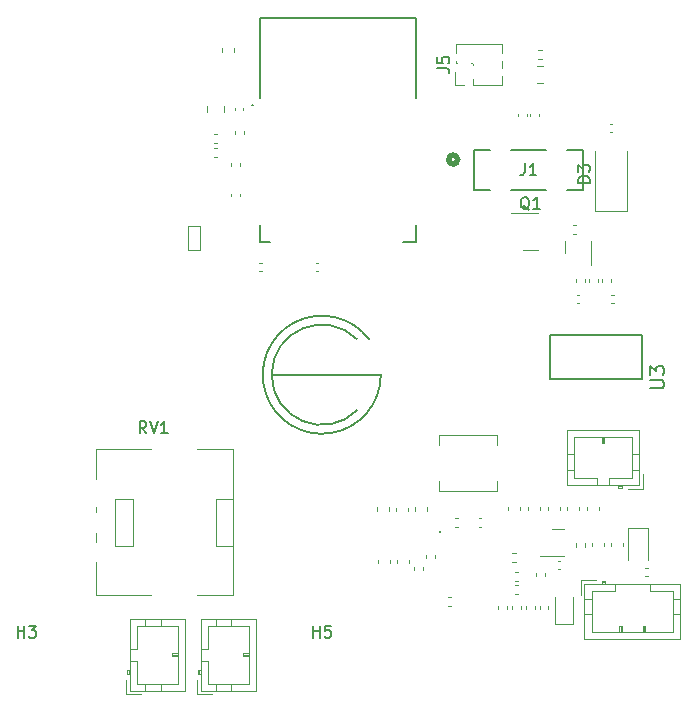
<source format=gbr>
%TF.GenerationSoftware,KiCad,Pcbnew,7.0.6*%
%TF.CreationDate,2024-03-18T22:30:39-04:00*%
%TF.ProjectId,Transmitter,5472616e-736d-4697-9474-65722e6b6963,rev?*%
%TF.SameCoordinates,Original*%
%TF.FileFunction,Legend,Top*%
%TF.FilePolarity,Positive*%
%FSLAX46Y46*%
G04 Gerber Fmt 4.6, Leading zero omitted, Abs format (unit mm)*
G04 Created by KiCad (PCBNEW 7.0.6) date 2024-03-18 22:30:39*
%MOMM*%
%LPD*%
G01*
G04 APERTURE LIST*
%ADD10C,0.200000*%
%ADD11C,0.150000*%
%ADD12C,0.120000*%
%ADD13C,0.100000*%
%ADD14C,0.152400*%
%ADD15C,0.508000*%
G04 APERTURE END LIST*
D10*
X167500000Y-87500000D02*
X158257362Y-87499998D01*
X166499999Y-84500000D02*
G75*
G03*
X167499999Y-87500000I-3999999J-3000000D01*
G01*
X165499999Y-84500001D02*
G75*
G03*
X165499999Y-90499999I-2999999J-2999999D01*
G01*
D11*
X172289819Y-61568333D02*
X173004104Y-61568333D01*
X173004104Y-61568333D02*
X173146961Y-61615952D01*
X173146961Y-61615952D02*
X173242200Y-61711190D01*
X173242200Y-61711190D02*
X173289819Y-61854047D01*
X173289819Y-61854047D02*
X173289819Y-61949285D01*
X172289819Y-60615952D02*
X172289819Y-61092142D01*
X172289819Y-61092142D02*
X172766009Y-61139761D01*
X172766009Y-61139761D02*
X172718390Y-61092142D01*
X172718390Y-61092142D02*
X172670771Y-60996904D01*
X172670771Y-60996904D02*
X172670771Y-60758809D01*
X172670771Y-60758809D02*
X172718390Y-60663571D01*
X172718390Y-60663571D02*
X172766009Y-60615952D01*
X172766009Y-60615952D02*
X172861247Y-60568333D01*
X172861247Y-60568333D02*
X173099342Y-60568333D01*
X173099342Y-60568333D02*
X173194580Y-60615952D01*
X173194580Y-60615952D02*
X173242200Y-60663571D01*
X173242200Y-60663571D02*
X173289819Y-60758809D01*
X173289819Y-60758809D02*
X173289819Y-60996904D01*
X173289819Y-60996904D02*
X173242200Y-61092142D01*
X173242200Y-61092142D02*
X173194580Y-61139761D01*
X147649761Y-92454819D02*
X147316428Y-91978628D01*
X147078333Y-92454819D02*
X147078333Y-91454819D01*
X147078333Y-91454819D02*
X147459285Y-91454819D01*
X147459285Y-91454819D02*
X147554523Y-91502438D01*
X147554523Y-91502438D02*
X147602142Y-91550057D01*
X147602142Y-91550057D02*
X147649761Y-91645295D01*
X147649761Y-91645295D02*
X147649761Y-91788152D01*
X147649761Y-91788152D02*
X147602142Y-91883390D01*
X147602142Y-91883390D02*
X147554523Y-91931009D01*
X147554523Y-91931009D02*
X147459285Y-91978628D01*
X147459285Y-91978628D02*
X147078333Y-91978628D01*
X147935476Y-91454819D02*
X148268809Y-92454819D01*
X148268809Y-92454819D02*
X148602142Y-91454819D01*
X149459285Y-92454819D02*
X148887857Y-92454819D01*
X149173571Y-92454819D02*
X149173571Y-91454819D01*
X149173571Y-91454819D02*
X149078333Y-91597676D01*
X149078333Y-91597676D02*
X148983095Y-91692914D01*
X148983095Y-91692914D02*
X148887857Y-91740533D01*
X185204819Y-71238094D02*
X184204819Y-71238094D01*
X184204819Y-71238094D02*
X184204819Y-70999999D01*
X184204819Y-70999999D02*
X184252438Y-70857142D01*
X184252438Y-70857142D02*
X184347676Y-70761904D01*
X184347676Y-70761904D02*
X184442914Y-70714285D01*
X184442914Y-70714285D02*
X184633390Y-70666666D01*
X184633390Y-70666666D02*
X184776247Y-70666666D01*
X184776247Y-70666666D02*
X184966723Y-70714285D01*
X184966723Y-70714285D02*
X185061961Y-70761904D01*
X185061961Y-70761904D02*
X185157200Y-70857142D01*
X185157200Y-70857142D02*
X185204819Y-70999999D01*
X185204819Y-70999999D02*
X185204819Y-71238094D01*
X184204819Y-70333332D02*
X184204819Y-69714285D01*
X184204819Y-69714285D02*
X184585771Y-70047618D01*
X184585771Y-70047618D02*
X184585771Y-69904761D01*
X184585771Y-69904761D02*
X184633390Y-69809523D01*
X184633390Y-69809523D02*
X184681009Y-69761904D01*
X184681009Y-69761904D02*
X184776247Y-69714285D01*
X184776247Y-69714285D02*
X185014342Y-69714285D01*
X185014342Y-69714285D02*
X185109580Y-69761904D01*
X185109580Y-69761904D02*
X185157200Y-69809523D01*
X185157200Y-69809523D02*
X185204819Y-69904761D01*
X185204819Y-69904761D02*
X185204819Y-70190475D01*
X185204819Y-70190475D02*
X185157200Y-70285713D01*
X185157200Y-70285713D02*
X185109580Y-70333332D01*
X180067261Y-73550057D02*
X179972023Y-73502438D01*
X179972023Y-73502438D02*
X179876785Y-73407200D01*
X179876785Y-73407200D02*
X179733928Y-73264342D01*
X179733928Y-73264342D02*
X179638690Y-73216723D01*
X179638690Y-73216723D02*
X179543452Y-73216723D01*
X179591071Y-73454819D02*
X179495833Y-73407200D01*
X179495833Y-73407200D02*
X179400595Y-73311961D01*
X179400595Y-73311961D02*
X179352976Y-73121485D01*
X179352976Y-73121485D02*
X179352976Y-72788152D01*
X179352976Y-72788152D02*
X179400595Y-72597676D01*
X179400595Y-72597676D02*
X179495833Y-72502438D01*
X179495833Y-72502438D02*
X179591071Y-72454819D01*
X179591071Y-72454819D02*
X179781547Y-72454819D01*
X179781547Y-72454819D02*
X179876785Y-72502438D01*
X179876785Y-72502438D02*
X179972023Y-72597676D01*
X179972023Y-72597676D02*
X180019642Y-72788152D01*
X180019642Y-72788152D02*
X180019642Y-73121485D01*
X180019642Y-73121485D02*
X179972023Y-73311961D01*
X179972023Y-73311961D02*
X179876785Y-73407200D01*
X179876785Y-73407200D02*
X179781547Y-73454819D01*
X179781547Y-73454819D02*
X179591071Y-73454819D01*
X180972023Y-73454819D02*
X180400595Y-73454819D01*
X180686309Y-73454819D02*
X180686309Y-72454819D01*
X180686309Y-72454819D02*
X180591071Y-72597676D01*
X180591071Y-72597676D02*
X180495833Y-72692914D01*
X180495833Y-72692914D02*
X180400595Y-72740533D01*
X161738095Y-109754819D02*
X161738095Y-108754819D01*
X161738095Y-109231009D02*
X162309523Y-109231009D01*
X162309523Y-109754819D02*
X162309523Y-108754819D01*
X163261904Y-108754819D02*
X162785714Y-108754819D01*
X162785714Y-108754819D02*
X162738095Y-109231009D01*
X162738095Y-109231009D02*
X162785714Y-109183390D01*
X162785714Y-109183390D02*
X162880952Y-109135771D01*
X162880952Y-109135771D02*
X163119047Y-109135771D01*
X163119047Y-109135771D02*
X163214285Y-109183390D01*
X163214285Y-109183390D02*
X163261904Y-109231009D01*
X163261904Y-109231009D02*
X163309523Y-109326247D01*
X163309523Y-109326247D02*
X163309523Y-109564342D01*
X163309523Y-109564342D02*
X163261904Y-109659580D01*
X163261904Y-109659580D02*
X163214285Y-109707200D01*
X163214285Y-109707200D02*
X163119047Y-109754819D01*
X163119047Y-109754819D02*
X162880952Y-109754819D01*
X162880952Y-109754819D02*
X162785714Y-109707200D01*
X162785714Y-109707200D02*
X162738095Y-109659580D01*
X136738095Y-109754819D02*
X136738095Y-108754819D01*
X136738095Y-109231009D02*
X137309523Y-109231009D01*
X137309523Y-109754819D02*
X137309523Y-108754819D01*
X137690476Y-108754819D02*
X138309523Y-108754819D01*
X138309523Y-108754819D02*
X137976190Y-109135771D01*
X137976190Y-109135771D02*
X138119047Y-109135771D01*
X138119047Y-109135771D02*
X138214285Y-109183390D01*
X138214285Y-109183390D02*
X138261904Y-109231009D01*
X138261904Y-109231009D02*
X138309523Y-109326247D01*
X138309523Y-109326247D02*
X138309523Y-109564342D01*
X138309523Y-109564342D02*
X138261904Y-109659580D01*
X138261904Y-109659580D02*
X138214285Y-109707200D01*
X138214285Y-109707200D02*
X138119047Y-109754819D01*
X138119047Y-109754819D02*
X137833333Y-109754819D01*
X137833333Y-109754819D02*
X137738095Y-109707200D01*
X137738095Y-109707200D02*
X137690476Y-109659580D01*
X190307498Y-88649887D02*
X191263629Y-88649887D01*
X191263629Y-88649887D02*
X191376115Y-88593644D01*
X191376115Y-88593644D02*
X191432358Y-88537401D01*
X191432358Y-88537401D02*
X191488600Y-88424915D01*
X191488600Y-88424915D02*
X191488600Y-88199943D01*
X191488600Y-88199943D02*
X191432358Y-88087457D01*
X191432358Y-88087457D02*
X191376115Y-88031214D01*
X191376115Y-88031214D02*
X191263629Y-87974971D01*
X191263629Y-87974971D02*
X190307498Y-87974971D01*
X190307498Y-87525028D02*
X190307498Y-86793869D01*
X190307498Y-86793869D02*
X190757442Y-87187570D01*
X190757442Y-87187570D02*
X190757442Y-87018841D01*
X190757442Y-87018841D02*
X190813685Y-86906355D01*
X190813685Y-86906355D02*
X190869928Y-86850112D01*
X190869928Y-86850112D02*
X190982414Y-86793869D01*
X190982414Y-86793869D02*
X191263629Y-86793869D01*
X191263629Y-86793869D02*
X191376115Y-86850112D01*
X191376115Y-86850112D02*
X191432358Y-86906355D01*
X191432358Y-86906355D02*
X191488600Y-87018841D01*
X191488600Y-87018841D02*
X191488600Y-87356299D01*
X191488600Y-87356299D02*
X191432358Y-87468785D01*
X191432358Y-87468785D02*
X191376115Y-87525028D01*
X179666666Y-69604820D02*
X179666666Y-70319105D01*
X179666666Y-70319105D02*
X179619047Y-70461962D01*
X179619047Y-70461962D02*
X179523809Y-70557201D01*
X179523809Y-70557201D02*
X179380952Y-70604820D01*
X179380952Y-70604820D02*
X179285714Y-70604820D01*
X180666666Y-70604820D02*
X180095238Y-70604820D01*
X180380952Y-70604820D02*
X180380952Y-69604820D01*
X180380952Y-69604820D02*
X180285714Y-69747677D01*
X180285714Y-69747677D02*
X180190476Y-69842915D01*
X180190476Y-69842915D02*
X180095238Y-69890534D01*
D12*
%TO.C,R1*%
X173146359Y-106320000D02*
X173453641Y-106320000D01*
X173146359Y-107080000D02*
X173453641Y-107080000D01*
%TO.C,R20*%
X155880000Y-66846359D02*
X155880000Y-67153641D01*
X155120000Y-66846359D02*
X155120000Y-67153641D01*
%TO.C,J5*%
X173770000Y-63000000D02*
X173770000Y-61870000D01*
X174530000Y-63000000D02*
X173770000Y-63000000D01*
X175290000Y-63000000D02*
X177765000Y-63000000D01*
X175290000Y-63000000D02*
X175290000Y-62433471D01*
X177765000Y-63000000D02*
X177765000Y-62177530D01*
X177765000Y-61562470D02*
X177765000Y-60907530D01*
X175290000Y-61306529D02*
X175290000Y-61163471D01*
X173835000Y-61110000D02*
X173835000Y-60907530D01*
X173966529Y-61110000D02*
X173835000Y-61110000D01*
X175236529Y-61110000D02*
X175093471Y-61110000D01*
X173835000Y-60292470D02*
X173835000Y-59470000D01*
X177765000Y-60292470D02*
X177765000Y-59470000D01*
X173835000Y-59470000D02*
X177765000Y-59470000D01*
%TO.C,C7*%
X173792164Y-99640000D02*
X174007836Y-99640000D01*
X173792164Y-100360000D02*
X174007836Y-100360000D01*
%TO.C,J3*%
X145940000Y-114560000D02*
X147190000Y-114560000D01*
X146240000Y-114260000D02*
X150960000Y-114260000D01*
X147550000Y-114260000D02*
X147550000Y-113650000D01*
X148850000Y-114260000D02*
X148850000Y-113650000D01*
X150960000Y-114260000D02*
X150960000Y-108140000D01*
X146850000Y-113650000D02*
X150350000Y-113650000D01*
X150350000Y-113650000D02*
X150350000Y-108750000D01*
X145940000Y-113310000D02*
X145940000Y-114560000D01*
X146040000Y-112800000D02*
X146240000Y-112800000D01*
X146040000Y-112500000D02*
X146040000Y-112800000D01*
X146140000Y-112500000D02*
X146140000Y-112800000D01*
X146240000Y-112500000D02*
X146040000Y-112500000D01*
X146240000Y-111700000D02*
X146850000Y-111700000D01*
X146850000Y-111700000D02*
X146850000Y-113650000D01*
X149850000Y-111300000D02*
X149850000Y-111100000D01*
X150350000Y-111300000D02*
X149850000Y-111300000D01*
X150350000Y-111200000D02*
X149850000Y-111200000D01*
X149850000Y-111100000D02*
X150350000Y-111100000D01*
X146850000Y-110700000D02*
X146240000Y-110700000D01*
X146850000Y-108750000D02*
X146850000Y-110700000D01*
X150350000Y-108750000D02*
X146850000Y-108750000D01*
X146240000Y-108140000D02*
X146240000Y-114260000D01*
X147550000Y-108140000D02*
X147550000Y-108750000D01*
X148850000Y-108140000D02*
X148850000Y-108750000D01*
X150960000Y-108140000D02*
X146240000Y-108140000D01*
%TO.C,R14*%
X155560000Y-72192164D02*
X155560000Y-72407836D01*
X154840000Y-72192164D02*
X154840000Y-72407836D01*
%TO.C,C2*%
X168310000Y-103159420D02*
X168310000Y-103440580D01*
X167290000Y-103159420D02*
X167290000Y-103440580D01*
%TO.C,R9*%
X154840000Y-69807836D02*
X154840000Y-69592164D01*
X155560000Y-69807836D02*
X155560000Y-69592164D01*
%TO.C,R7*%
X186892164Y-66240000D02*
X187107836Y-66240000D01*
X186892164Y-66960000D02*
X187107836Y-66960000D01*
%TO.C,R16*%
X179380000Y-107046359D02*
X179380000Y-107353641D01*
X178620000Y-107046359D02*
X178620000Y-107353641D01*
%TO.C,R12*%
X180580000Y-107046359D02*
X180580000Y-107353641D01*
X179820000Y-107046359D02*
X179820000Y-107353641D01*
%TO.C,J4*%
X184440000Y-104890000D02*
X184440000Y-106140000D01*
X184740000Y-105190000D02*
X184740000Y-109910000D01*
X184740000Y-106500000D02*
X185350000Y-106500000D01*
X184740000Y-107800000D02*
X185350000Y-107800000D01*
X184740000Y-109910000D02*
X192860000Y-109910000D01*
X185350000Y-105800000D02*
X185350000Y-109300000D01*
X185350000Y-109300000D02*
X192250000Y-109300000D01*
X185690000Y-104890000D02*
X184440000Y-104890000D01*
X186200000Y-104990000D02*
X186200000Y-105190000D01*
X186500000Y-104990000D02*
X186200000Y-104990000D01*
X186500000Y-105090000D02*
X186200000Y-105090000D01*
X186500000Y-105190000D02*
X186500000Y-104990000D01*
X187300000Y-105190000D02*
X187300000Y-105800000D01*
X187300000Y-105800000D02*
X185350000Y-105800000D01*
X187700000Y-108800000D02*
X187900000Y-108800000D01*
X187700000Y-109300000D02*
X187700000Y-108800000D01*
X187800000Y-109300000D02*
X187800000Y-108800000D01*
X187900000Y-108800000D02*
X187900000Y-109300000D01*
X189700000Y-108800000D02*
X189900000Y-108800000D01*
X189700000Y-109300000D02*
X189700000Y-108800000D01*
X189800000Y-109300000D02*
X189800000Y-108800000D01*
X189900000Y-108800000D02*
X189900000Y-109300000D01*
X190300000Y-105800000D02*
X190300000Y-105190000D01*
X192250000Y-105800000D02*
X190300000Y-105800000D01*
X192250000Y-109300000D02*
X192250000Y-105800000D01*
X192860000Y-105190000D02*
X184740000Y-105190000D01*
X192860000Y-106500000D02*
X192250000Y-106500000D01*
X192860000Y-107800000D02*
X192250000Y-107800000D01*
X192860000Y-109910000D02*
X192860000Y-105190000D01*
%TO.C,C21*%
X182707836Y-103960000D02*
X182492164Y-103960000D01*
X182707836Y-103240000D02*
X182492164Y-103240000D01*
%TO.C,R19*%
X162207836Y-78760000D02*
X161992164Y-78760000D01*
X162207836Y-78040000D02*
X161992164Y-78040000D01*
%TO.C,C14*%
X183290000Y-98940580D02*
X183290000Y-98659420D01*
X184310000Y-98940580D02*
X184310000Y-98659420D01*
%TO.C,C8*%
X167190000Y-99015580D02*
X167190000Y-98734420D01*
X168210000Y-99015580D02*
X168210000Y-98734420D01*
%TO.C,C22*%
X179990000Y-98940580D02*
X179990000Y-98659420D01*
X181010000Y-98940580D02*
X181010000Y-98659420D01*
%TO.C,C26*%
X184092164Y-80740000D02*
X184307836Y-80740000D01*
X184092164Y-81460000D02*
X184307836Y-81460000D01*
%TO.C,RV1*%
X143400000Y-93830000D02*
X143400000Y-96300000D01*
X143400000Y-93830000D02*
X148066000Y-93830000D01*
X143400000Y-98700000D02*
X143400000Y-99130000D01*
X143400000Y-100871000D02*
X143400000Y-101630000D01*
X143400000Y-103370000D02*
X143400000Y-106170000D01*
X143400000Y-106170000D02*
X148066000Y-106170000D01*
X151975000Y-93830000D02*
X154990000Y-93830000D01*
X151975000Y-106170000D02*
X154990000Y-106170000D01*
X154990000Y-93830000D02*
X154990000Y-106170000D01*
X145020000Y-98000000D02*
X146520000Y-98000000D01*
X146520000Y-98000000D02*
X146520000Y-102000000D01*
X146520000Y-102000000D02*
X145020000Y-102000000D01*
X145020000Y-102000000D02*
X145020000Y-98000000D01*
X153520000Y-98000000D02*
X155020000Y-98000000D01*
X155020000Y-98000000D02*
X155020000Y-102000000D01*
X155020000Y-102000000D02*
X153520000Y-102000000D01*
X153520000Y-102000000D02*
X153520000Y-98000000D01*
%TO.C,D2*%
X180738748Y-61365000D02*
X181261252Y-61365000D01*
X180738748Y-62835000D02*
X181261252Y-62835000D01*
%TO.C,C11*%
X176007836Y-100360000D02*
X175792164Y-100360000D01*
X176007836Y-99640000D02*
X175792164Y-99640000D01*
D13*
%TO.C,SW1*%
X151200000Y-76900000D02*
X152200000Y-76900000D01*
X152200000Y-76900000D02*
X152200000Y-74900000D01*
X152200000Y-74900000D02*
X151200000Y-74900000D01*
X151200000Y-74900000D02*
X151200000Y-76900000D01*
D12*
%TO.C,C10*%
X168790000Y-99040580D02*
X168790000Y-98759420D01*
X169810000Y-99040580D02*
X169810000Y-98759420D01*
%TO.C,C23*%
X184760000Y-79392164D02*
X184760000Y-79607836D01*
X184040000Y-79392164D02*
X184040000Y-79607836D01*
%TO.C,D1*%
X182265000Y-108585000D02*
X183735000Y-108585000D01*
X183735000Y-108585000D02*
X183735000Y-106300000D01*
X182265000Y-106300000D02*
X182265000Y-108585000D01*
%TO.C,D3*%
X185640000Y-73660000D02*
X188360000Y-73660000D01*
X185640000Y-73660000D02*
X185640000Y-68600000D01*
X188360000Y-73660000D02*
X188360000Y-68600000D01*
D10*
%TO.C,IC1*%
X156600000Y-64700000D02*
X156600000Y-64700000D01*
X156600000Y-64700000D02*
X156600000Y-64700000D01*
X156700000Y-64700000D02*
X156700000Y-64700000D01*
X157300000Y-57300000D02*
X157300000Y-57300000D01*
X157300000Y-57300000D02*
X157300000Y-57300000D01*
X157300000Y-57300000D02*
X157300000Y-64050000D01*
X157300000Y-57300000D02*
X170500000Y-57300000D01*
X157300000Y-64050000D02*
X157300000Y-57300000D01*
X157300000Y-64050000D02*
X157300000Y-64050000D01*
X157300000Y-74800000D02*
X157300000Y-74800000D01*
X157300000Y-74800000D02*
X157300000Y-76300000D01*
X157300000Y-76300000D02*
X157300000Y-74800000D01*
X157300000Y-76300000D02*
X157300000Y-76300000D01*
X157300000Y-76300000D02*
X157300000Y-76300000D01*
X157300000Y-76300000D02*
X158150000Y-76300000D01*
X158150000Y-76300000D02*
X157300000Y-76300000D01*
X158150000Y-76300000D02*
X158150000Y-76300000D01*
X169400000Y-76300000D02*
X169400000Y-76300000D01*
X169400000Y-76300000D02*
X170500000Y-76300000D01*
X170500000Y-57300000D02*
X157300000Y-57300000D01*
X170500000Y-57300000D02*
X170500000Y-57300000D01*
X170500000Y-57300000D02*
X170500000Y-57300000D01*
X170500000Y-57300000D02*
X170500000Y-64050000D01*
X170500000Y-64050000D02*
X170500000Y-57300000D01*
X170500000Y-64050000D02*
X170500000Y-64050000D01*
X170500000Y-74800000D02*
X170500000Y-74800000D01*
X170500000Y-74800000D02*
X170500000Y-76300000D01*
X170500000Y-76300000D02*
X169400000Y-76300000D01*
X170500000Y-76300000D02*
X170500000Y-74800000D01*
X170500000Y-76300000D02*
X170500000Y-76300000D01*
X170500000Y-76300000D02*
X170500000Y-76300000D01*
X156700000Y-64700000D02*
G75*
G03*
X156600000Y-64700000I-50000J0D01*
G01*
X156600000Y-64700000D02*
G75*
G03*
X156700000Y-64700000I50000J0D01*
G01*
X156600000Y-64700000D02*
G75*
G03*
X156700000Y-64700000I50000J0D01*
G01*
D12*
%TO.C,R6*%
X180846359Y-60030000D02*
X181153641Y-60030000D01*
X180846359Y-60790000D02*
X181153641Y-60790000D01*
%TO.C,C19*%
X178290000Y-98940580D02*
X178290000Y-98659420D01*
X179310000Y-98940580D02*
X179310000Y-98659420D01*
%TO.C,R2*%
X178953641Y-103380000D02*
X178646359Y-103380000D01*
X178953641Y-102620000D02*
X178646359Y-102620000D01*
D13*
%TO.C,BQ25792RQMR1*%
X172600000Y-100800000D02*
G75*
G03*
X172600000Y-100800000I-100000J0D01*
G01*
D12*
%TO.C,C29*%
X155140000Y-65107836D02*
X155140000Y-64892164D01*
X155860000Y-65107836D02*
X155860000Y-64892164D01*
%TO.C,R11*%
X178846359Y-105320000D02*
X179153641Y-105320000D01*
X178846359Y-106080000D02*
X179153641Y-106080000D01*
%TO.C,C17*%
X181690000Y-98940580D02*
X181690000Y-98659420D01*
X182710000Y-98940580D02*
X182710000Y-98659420D01*
%TO.C,R10*%
X184020000Y-102053641D02*
X184020000Y-101746359D01*
X184780000Y-102053641D02*
X184780000Y-101746359D01*
%TO.C,C25*%
X155110000Y-59859420D02*
X155110000Y-60140580D01*
X154090000Y-59859420D02*
X154090000Y-60140580D01*
%TO.C,C13*%
X184990000Y-98940580D02*
X184990000Y-98659420D01*
X186010000Y-98940580D02*
X186010000Y-98659420D01*
%TO.C,C9*%
X170340000Y-104007836D02*
X170340000Y-103792164D01*
X171060000Y-104007836D02*
X171060000Y-103792164D01*
%TO.C,R15*%
X181380000Y-104246359D02*
X181380000Y-104553641D01*
X180620000Y-104246359D02*
X180620000Y-104553641D01*
%TO.C,Q1*%
X180162500Y-73840000D02*
X178487500Y-73840000D01*
X180162500Y-73840000D02*
X180812500Y-73840000D01*
X180162500Y-76960000D02*
X179512500Y-76960000D01*
X180162500Y-76960000D02*
X180812500Y-76960000D01*
%TO.C,R13*%
X178180000Y-107046359D02*
X178180000Y-107353641D01*
X177420000Y-107046359D02*
X177420000Y-107353641D01*
%TO.C,U2*%
X181000000Y-102810000D02*
X183000000Y-102810000D01*
X182000000Y-100590000D02*
X183000000Y-100590000D01*
%TO.C,C3*%
X153607836Y-69060000D02*
X153392164Y-69060000D01*
X153607836Y-68340000D02*
X153392164Y-68340000D01*
%TO.C,C15*%
X188010000Y-101759420D02*
X188010000Y-102040580D01*
X186990000Y-101759420D02*
X186990000Y-102040580D01*
%TO.C,R4*%
X180140000Y-65607836D02*
X180140000Y-65392164D01*
X180860000Y-65607836D02*
X180860000Y-65392164D01*
%TO.C,L1*%
X177360000Y-97360000D02*
X177360000Y-96510000D01*
X177360000Y-97360000D02*
X172440000Y-97360000D01*
X177360000Y-92640000D02*
X177360000Y-93490000D01*
X177360000Y-92640000D02*
X172440000Y-92640000D01*
X172440000Y-97360000D02*
X172440000Y-96510000D01*
X172440000Y-92640000D02*
X172440000Y-93490000D01*
%TO.C,R5*%
X181660000Y-107092164D02*
X181660000Y-107307836D01*
X180940000Y-107092164D02*
X180940000Y-107307836D01*
%TO.C,R3*%
X179140000Y-65607836D02*
X179140000Y-65392164D01*
X179860000Y-65607836D02*
X179860000Y-65392164D01*
%TO.C,J2*%
X151940000Y-114560000D02*
X153190000Y-114560000D01*
X152240000Y-114260000D02*
X156960000Y-114260000D01*
X153550000Y-114260000D02*
X153550000Y-113650000D01*
X154850000Y-114260000D02*
X154850000Y-113650000D01*
X156960000Y-114260000D02*
X156960000Y-108140000D01*
X152850000Y-113650000D02*
X156350000Y-113650000D01*
X156350000Y-113650000D02*
X156350000Y-108750000D01*
X151940000Y-113310000D02*
X151940000Y-114560000D01*
X152040000Y-112800000D02*
X152240000Y-112800000D01*
X152040000Y-112500000D02*
X152040000Y-112800000D01*
X152140000Y-112500000D02*
X152140000Y-112800000D01*
X152240000Y-112500000D02*
X152040000Y-112500000D01*
X152240000Y-111700000D02*
X152850000Y-111700000D01*
X152850000Y-111700000D02*
X152850000Y-113650000D01*
X155850000Y-111300000D02*
X155850000Y-111100000D01*
X156350000Y-111300000D02*
X155850000Y-111300000D01*
X156350000Y-111200000D02*
X155850000Y-111200000D01*
X155850000Y-111100000D02*
X156350000Y-111100000D01*
X152850000Y-110700000D02*
X152240000Y-110700000D01*
X152850000Y-108750000D02*
X152850000Y-110700000D01*
X156350000Y-108750000D02*
X152850000Y-108750000D01*
X152240000Y-108140000D02*
X152240000Y-114260000D01*
X153550000Y-108140000D02*
X153550000Y-108750000D01*
X154850000Y-108140000D02*
X154850000Y-108750000D01*
X156960000Y-108140000D02*
X152240000Y-108140000D01*
%TO.C,C20*%
X185860000Y-79392164D02*
X185860000Y-79607836D01*
X185140000Y-79392164D02*
X185140000Y-79607836D01*
%TO.C,R17*%
X178846359Y-104220000D02*
X179153641Y-104220000D01*
X178846359Y-104980000D02*
X179153641Y-104980000D01*
%TO.C,SW2*%
X189660000Y-97160000D02*
X189660000Y-95910000D01*
X189360000Y-96860000D02*
X189360000Y-92140000D01*
X189360000Y-95550000D02*
X188750000Y-95550000D01*
X189360000Y-94250000D02*
X188750000Y-94250000D01*
X189360000Y-92140000D02*
X183240000Y-92140000D01*
X188750000Y-96250000D02*
X188750000Y-92750000D01*
X188750000Y-92750000D02*
X183850000Y-92750000D01*
X188410000Y-97160000D02*
X189660000Y-97160000D01*
X187900000Y-97060000D02*
X187900000Y-96860000D01*
X187600000Y-97060000D02*
X187900000Y-97060000D01*
X187600000Y-96960000D02*
X187900000Y-96960000D01*
X187600000Y-96860000D02*
X187600000Y-97060000D01*
X186800000Y-96860000D02*
X186800000Y-96250000D01*
X186800000Y-96250000D02*
X188750000Y-96250000D01*
X186400000Y-93250000D02*
X186200000Y-93250000D01*
X186400000Y-92750000D02*
X186400000Y-93250000D01*
X186300000Y-92750000D02*
X186300000Y-93250000D01*
X186200000Y-93250000D02*
X186200000Y-92750000D01*
X185800000Y-96250000D02*
X185800000Y-96860000D01*
X183850000Y-96250000D02*
X185800000Y-96250000D01*
X183850000Y-92750000D02*
X183850000Y-96250000D01*
X183240000Y-96860000D02*
X189360000Y-96860000D01*
X183240000Y-95550000D02*
X183850000Y-95550000D01*
X183240000Y-94250000D02*
X183850000Y-94250000D01*
X183240000Y-92140000D02*
X183240000Y-96860000D01*
%TO.C,C28*%
X152765000Y-65261252D02*
X152765000Y-64738748D01*
X154235000Y-65261252D02*
X154235000Y-64738748D01*
%TO.C,U1*%
X185310000Y-78200000D02*
X185310000Y-76200000D01*
X183090000Y-77200000D02*
X183090000Y-76200000D01*
%TO.C,C1*%
X172060000Y-102792164D02*
X172060000Y-103007836D01*
X171340000Y-102792164D02*
X171340000Y-103007836D01*
%TO.C,C30*%
X153607836Y-67860000D02*
X153392164Y-67860000D01*
X153607836Y-67140000D02*
X153392164Y-67140000D01*
%TO.C,C16*%
X186960000Y-79392164D02*
X186960000Y-79607836D01*
X186240000Y-79392164D02*
X186240000Y-79607836D01*
%TO.C,R18*%
X157192164Y-78040000D02*
X157407836Y-78040000D01*
X157192164Y-78760000D02*
X157407836Y-78760000D01*
%TO.C,C24*%
X190107836Y-104560000D02*
X189892164Y-104560000D01*
X190107836Y-103840000D02*
X189892164Y-103840000D01*
%TO.C,C6*%
X169910000Y-103159420D02*
X169910000Y-103440580D01*
X168890000Y-103159420D02*
X168890000Y-103440580D01*
%TO.C,C27*%
X186992164Y-80740000D02*
X187207836Y-80740000D01*
X186992164Y-81460000D02*
X187207836Y-81460000D01*
D11*
%TO.C,U3*%
X189600000Y-84100000D02*
X181800000Y-84100000D01*
X181800000Y-84100000D02*
X181800000Y-87900000D01*
X189600000Y-87900000D02*
X189600000Y-84100000D01*
X181800000Y-87900000D02*
X189600000Y-87900000D01*
D12*
%TO.C,R8*%
X184007836Y-75560000D02*
X183792164Y-75560000D01*
X184007836Y-74840000D02*
X183792164Y-74840000D01*
%TO.C,D4*%
X190150000Y-100490000D02*
X188450000Y-100490000D01*
X190150000Y-100490000D02*
X190150000Y-103150000D01*
X188450000Y-100490000D02*
X188450000Y-103150000D01*
%TO.C,C18*%
X186410000Y-101759420D02*
X186410000Y-102040580D01*
X185390000Y-101759420D02*
X185390000Y-102040580D01*
D14*
%TO.C,J1*%
X175402600Y-68448201D02*
X175402600Y-71851801D01*
X175402600Y-71851801D02*
X176717040Y-71851801D01*
X176717040Y-68448201D02*
X175402600Y-68448201D01*
X178482960Y-71851801D02*
X181517040Y-71851801D01*
X181517040Y-68448201D02*
X178482960Y-68448201D01*
X183282960Y-71851801D02*
X184597400Y-71851801D01*
X184597400Y-68448201D02*
X183282960Y-68448201D01*
X184597400Y-71851801D02*
X184597400Y-68448201D01*
D15*
X174005600Y-69285001D02*
G75*
G03*
X174005600Y-69285001I-381000J0D01*
G01*
D12*
%TO.C,C12*%
X170390000Y-99015580D02*
X170390000Y-98734420D01*
X171410000Y-99015580D02*
X171410000Y-98734420D01*
%TD*%
M02*

</source>
